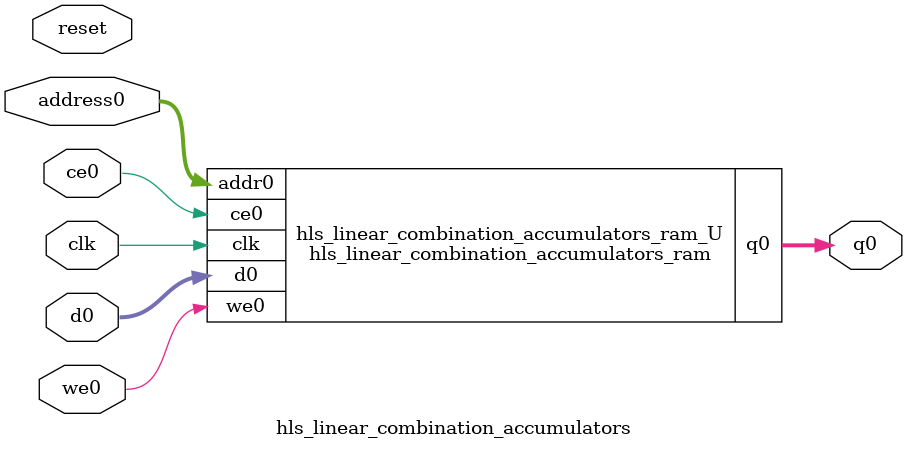
<source format=v>
`timescale 1 ns / 1 ps
module hls_linear_combination_accumulators_ram (addr0, ce0, d0, we0, q0,  clk);

parameter DWIDTH = 32;
parameter AWIDTH = 6;
parameter MEM_SIZE = 60;

input[AWIDTH-1:0] addr0;
input ce0;
input[DWIDTH-1:0] d0;
input we0;
output reg[DWIDTH-1:0] q0;
input clk;

reg [DWIDTH-1:0] ram[0:MEM_SIZE-1];




always @(posedge clk)  
begin 
    if (ce0) begin
        if (we0) 
            ram[addr0] <= d0; 
        q0 <= ram[addr0];
    end
end


endmodule

`timescale 1 ns / 1 ps
module hls_linear_combination_accumulators(
    reset,
    clk,
    address0,
    ce0,
    we0,
    d0,
    q0);

parameter DataWidth = 32'd32;
parameter AddressRange = 32'd60;
parameter AddressWidth = 32'd6;
input reset;
input clk;
input[AddressWidth - 1:0] address0;
input ce0;
input we0;
input[DataWidth - 1:0] d0;
output[DataWidth - 1:0] q0;



hls_linear_combination_accumulators_ram hls_linear_combination_accumulators_ram_U(
    .clk( clk ),
    .addr0( address0 ),
    .ce0( ce0 ),
    .we0( we0 ),
    .d0( d0 ),
    .q0( q0 ));

endmodule


</source>
